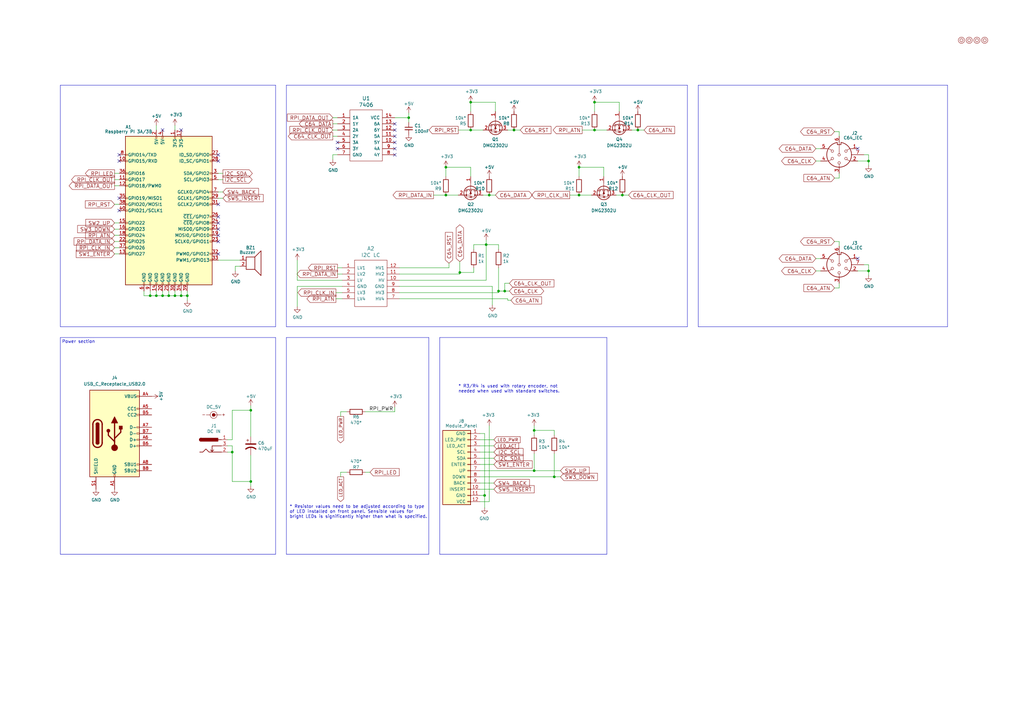
<source format=kicad_sch>
(kicad_sch (version 20231120) (generator "eeschema") (generator_version "8.0")
  (paper "A3")
  (title_block (title "PI1541-III Module") (rev "A") (comment 2 "anything else - consider previous versions instead.") (comment 3 "build another one. It is designed for use with 1.3\" displays and rotary encoder, for ") (comment 4 "It's a PI1541, and it's the third one I've made for almost no reason beyond wanting to"))
  (lib_symbols
    (symbol "4ch_i2c_level_converter:4CH_I2C_Level_Converter" (pin_names (offset 1.016))
      (property "Reference" "IC" (at 0 -12.065 0))
      (property "Value" "4CH_I2C_Level_Converter" (at 0 10.795 0))
      (symbol "4CH_I2C_Level_Converter_1_1"
        (pin bidirectional line (at -12.065 5.715 0) (length 5.08) (name "LV1") (number "1"))
        (pin power_in line (at 11.43 0.635 180) (length 5.08) (name "HV") (number "10"))
        (pin bidirectional line (at 11.43 3.175 180) (length 5.08) (name "HV2") (number "11"))
        (pin bidirectional line (at 11.43 5.715 180) (length 5.08) (name "HV1") (number "12"))
        (pin bidirectional line (at -12.065 3.175 0) (length 5.08) (name "LV2") (number "2"))
        (pin power_in line (at -12.065 0.635 0) (length 5.08) (name "LV") (number "3"))
        (pin power_in line (at -12.065 -1.905 0) (length 5.08) (name "GND") (number "4"))
        (pin bidirectional line (at -12.065 -4.445 0) (length 5.08) (name "LV3") (number "5"))
        (pin bidirectional line (at -12.065 -6.985 0) (length 5.08) (name "LV4") (number "6"))
        (pin bidirectional line (at 11.43 -6.985 180) (length 5.08) (name "HV4") (number "7"))
        (pin bidirectional line (at 11.43 -4.445 180) (length 5.08) (name "HV3") (number "8"))
        (pin power_in line (at 11.43 -1.905 180) (length 5.08) (name "GND") (number "9"))
      )
    )
    (symbol "7406:7406" (pin_names (offset 1.016))
      (property "Reference" "IC" (at 0.635 -14.605 0))
      (property "Value" "7406" (at 0 10.16 0))
      (symbol "7406_1_1"
        (pin input line (at -11.43 5.08 0) (length 5.08) (name "1A") (number "1"))
        (pin output line (at 12.065 -5.08 180) (length 5.08) (name "5Y") (number "10"))
        (pin input line (at 12.065 -2.54 180) (length 5.08) (name "5A") (number "11"))
        (pin output line (at 12.065 0 180) (length 5.08) (name "6Y") (number "12"))
        (pin input line (at 12.065 2.54 180) (length 5.08) (name "6A") (number "13"))
        (pin power_in line (at 12.065 5.08 180) (length 5.08) (name "VCC") (number "14"))
        (pin output line (at -11.43 2.54 0) (length 5.08) (name "1Y") (number "2"))
        (pin input line (at -11.43 0 0) (length 5.08) (name "2A") (number "3"))
        (pin output line (at -11.43 -2.54 0) (length 5.08) (name "2Y") (number "4"))
        (pin input line (at -11.43 -5.08 0) (length 5.08) (name "3A") (number "5"))
        (pin output line (at -11.43 -7.62 0) (length 5.08) (name "3Y") (number "6"))
        (pin power_in line (at -11.43 -10.16 0) (length 5.08) (name "GND") (number "7"))
        (pin output line (at 12.065 -10.16 180) (length 5.08) (name "4Y") (number "8"))
        (pin input line (at 12.065 -7.62 180) (length 5.08) (name "4A") (number "9"))
      )
    )
    (symbol "C64 Pi1541-III Module-rescue:+3.3V-power" (power) (pin_names (offset 0))
      (property "Value" "+3.3V-power" (at 0 3.556 0))
      (symbol "+3.3V-power_1_1"
        (pin power_in line (at 0 0 90) (length 0) hide (name "+3V3") (number "1"))
      )
    )
    (symbol "C64 Pi1541-III Module-rescue:CP1-Device" (pin_numbers hide) (pin_names (offset 0.254) hide)
      (property "Reference" "C" (at 0.635 2.54 0))
      (property "Value" "Device_CP1" (at 0.635 -2.54 0))
      (symbol "CP1-Device_1_1"
        (pin passive line (at 0 3.81 270) (length 2.794) (name "~") (number "1"))
        (pin passive line (at 0 -3.81 90) (length 3.302) (name "~") (number "2"))
      )
    )
    (symbol "C64_IEC:C64_IEC" (pin_names (offset 1.016))
      (property "Reference" "J" (at 3.175 6.35 0))
      (property "Value" "C64_IEC" (at -10.16 6.35 0))
      (symbol "C64_IEC_1_1"
        (pin passive line (at 7.62 2.54 180) (length 2.54) (name "~") (number "1"))
        (pin passive line (at 7.62 -2.54 180) (length 2.54) (name "~") (number "2"))
        (pin passive line (at 0 -7.62 90) (length 2.54) (name "~") (number "3"))
        (pin passive line (at -7.62 -2.54 0) (length 2.54) (name "~") (number "4"))
        (pin passive line (at -7.62 2.54 0) (length 2.54) (name "~") (number "5"))
        (pin passive line (at 0 7.62 270) (length 2.54) (name "~") (number "6"))
        (pin power_in line (at 10.16 0 180) (length 5.08) (name "~") (number "7"))
      )
    )
    (symbol "Connector:USB_C_Receptacle_USB2.0" (pin_names (offset 1.016))
      (property "Reference" "J" (at -10.16 19.05 0))
      (property "Value" "USB_C_Receptacle_USB2.0" (at 19.05 19.05 0))
      (symbol "USB_C_Receptacle_USB2.0_1_1"
        (pin passive line (at 0 -22.86 90) (length 5.08) (name "GND") (number "A1"))
        (pin passive line (at 0 -22.86 90) (length 5.08) hide (name "GND") (number "A12"))
        (pin passive line (at 15.24 15.24 180) (length 5.08) (name "VBUS") (number "A4"))
        (pin bidirectional line (at 15.24 10.16 180) (length 5.08) (name "CC1") (number "A5"))
        (pin bidirectional line (at 15.24 -2.54 180) (length 5.08) (name "D+") (number "A6"))
        (pin bidirectional line (at 15.24 2.54 180) (length 5.08) (name "D-") (number "A7"))
        (pin bidirectional line (at 15.24 -12.7 180) (length 5.08) (name "SBU1") (number "A8"))
        (pin passive line (at 15.24 15.24 180) (length 5.08) hide (name "VBUS") (number "A9"))
        (pin passive line (at 0 -22.86 90) (length 5.08) hide (name "GND") (number "B1"))
        (pin passive line (at 0 -22.86 90) (length 5.08) hide (name "GND") (number "B12"))
        (pin passive line (at 15.24 15.24 180) (length 5.08) hide (name "VBUS") (number "B4"))
        (pin bidirectional line (at 15.24 7.62 180) (length 5.08) (name "CC2") (number "B5"))
        (pin bidirectional line (at 15.24 -5.08 180) (length 5.08) (name "D+") (number "B6"))
        (pin bidirectional line (at 15.24 0 180) (length 5.08) (name "D-") (number "B7"))
        (pin bidirectional line (at 15.24 -15.24 180) (length 5.08) (name "SBU2") (number "B8"))
        (pin passive line (at 15.24 15.24 180) (length 5.08) hide (name "VBUS") (number "B9"))
        (pin passive line (at -7.62 -22.86 90) (length 5.08) (name "SHIELD") (number "S1"))
      )
    )
    (symbol "Device:C_Small" (pin_numbers hide) (pin_names (offset 0.254) hide)
      (property "Reference" "C" (at 0.254 1.778 0))
      (property "Value" "C_Small" (at 0.254 -2.032 0))
      (symbol "C_Small_1_1"
        (pin passive line (at 0 2.54 270) (length 2.032) (name "~") (number "1"))
        (pin passive line (at 0 -2.54 90) (length 2.032) (name "~") (number "2"))
      )
    )
    (symbol "Device:R" (pin_numbers hide) (pin_names (offset 0))
      (property "Reference" "R" (at 2.032 0 90))
      (property "Value" "R" (at 0 0 90))
      (symbol "R_1_1"
        (pin passive line (at 0 3.81 270) (length 1.27) (name "~") (number "1"))
        (pin passive line (at 0 -3.81 90) (length 1.27) (name "~") (number "2"))
      )
    )
    (symbol "Device:Speaker" (pin_names (offset 0) hide)
      (property "Reference" "LS" (at 1.27 5.715 0))
      (property "Value" "Speaker" (at 1.27 3.81 0))
      (symbol "Speaker_1_1"
        (pin input line (at -5.08 0 0) (length 2.54) (name "1") (number "1"))
        (pin input line (at -5.08 -2.54 0) (length 2.54) (name "2") (number "2"))
      )
    )
    (symbol "Transistor_FET:DMG2302U" (pin_names hide)
      (property "Reference" "Q" (at 5.08 1.905 0))
      (property "Value" "DMG2302U" (at 5.08 0 0))
      (symbol "DMG2302U_1_1"
        (pin input line (at -5.08 0 0) (length 2.54) (name "G") (number "1"))
        (pin passive line (at 2.54 -5.08 90) (length 2.54) (name "S") (number "2"))
        (pin passive line (at 2.54 5.08 270) (length 2.54) (name "D") (number "3"))
      )
    )
    (symbol "barrel_jack:barrel_9v" (pin_names (offset 1.016))
      (property "Reference" "J" (at 0 5.334 0))
      (property "Value" "barrel_9v" (at 0 -4.445 0))
      (symbol "barrel_9v_1_1"
        (pin power_out line (at 7.62 2.54 180) (length 2.54) (name "~") (number "1"))
        (pin power_out line (at 7.62 -2.54 180) (length 2.54) (name "~") (number "2"))
        (pin passive line (at 7.62 0 180) (length 2.54) (name "~") (number "3"))
      )
    )
    (symbol "mounting:Mounting" (pin_names (offset 1.016) hide))
    (symbol "pi1541:DC_5V" (pin_names (offset 1.016))
      (property "Reference" "SYM" (at 0 4.445 0))
      (property "Value" "DC_5V" (at 0 2.54 0))
      (symbol "DC_5V_0_0"
        (text "+" (at 4.064 0.1524 0) (effects (font (size 1.27 1.27))))
      )
      (symbol "DC_5V_1_1"
        (text "-" (at -4.064 0.127 0) (effects (font (size 1.27 1.27))))
      )
    )
    (symbol "pi1541:Module_Panel" (pin_names (offset 2.0066))
      (property "Reference" "J" (at 2.54 27.94 0))
      (property "Value" "Module_Panel" (at 2.54 -5.08 0))
      (symbol "Module_Panel_1_1"
        (pin power_in line (at -5.08 25.4 0) (length 3.81) (name "GND") (number "1"))
        (pin passive line (at -5.08 2.54 0) (length 3.81) (name "INSERT") (number "10"))
        (pin passive line (at -5.08 0 0) (length 3.81) (name "GND") (number "11"))
        (pin power_in line (at -5.08 -2.54 0) (length 3.81) (name "VCC") (number "12"))
        (pin passive line (at -5.08 22.86 0) (length 3.81) (name "LED_PWR") (number "2"))
        (pin passive line (at -5.08 20.32 0) (length 3.81) (name "LED_ACT") (number "3"))
        (pin passive line (at -5.08 17.78 0) (length 3.81) (name "SCL") (number "4"))
        (pin passive line (at -5.08 15.24 0) (length 3.81) (name "SDA") (number "5"))
        (pin passive line (at -5.08 12.7 0) (length 3.81) (name "ENTER") (number "6"))
        (pin passive line (at -5.08 10.16 0) (length 3.81) (name "UP") (number "7"))
        (pin passive line (at -5.08 7.62 0) (length 3.81) (name "DOWN") (number "8"))
        (pin passive line (at -5.08 5.08 0) (length 3.81) (name "BACK") (number "9"))
      )
    )
    (symbol "power:+5V" (power) (pin_names (offset 0))
      (property "Value" "+5V" (at 0 3.556 0))
      (symbol "+5V_1_1"
        (pin power_in line (at 0 0 90) (length 0) hide (name "+5V") (number "1"))
      )
    )
    (symbol "power:GND" (power) (pin_names (offset 0))
      (property "Value" "GND" (at 0 -3.81 0))
      (symbol "GND_1_1"
        (pin power_in line (at 0 0 270) (length 0) hide (name "GND") (number "1"))
      )
    )
    (symbol "raspberry_pi:Raspberry_Pi_2_3" (pin_names (offset 1.016))
      (property "Reference" "J" (at -17.78 31.75 0))
      (property "Value" "Raspberry_Pi_2_3" (at 10.16 -31.75 0))
      (symbol "Raspberry_Pi_2_3_1_1"
        (pin power_out line (at 2.54 33.02 270) (length 2.54) (name "3V3") (number "1"))
        (pin bidirectional line (at -20.32 20.32 0) (length 2.54) (name "GPIO15/RXD") (number "10"))
        (pin bidirectional line (at -20.32 12.7 0) (length 2.54) (name "GPIO17") (number "11"))
        (pin bidirectional line (at -20.32 10.16 0) (length 2.54) (name "GPIO18/PWM0") (number "12"))
        (pin bidirectional line (at -20.32 -17.78 0) (length 2.54) (name "GPIO27") (number "13"))
        (pin power_in line (at -5.08 -33.02 90) (length 2.54) (name "GND") (number "14"))
        (pin bidirectional line (at -20.32 -5.08 0) (length 2.54) (name "GPIO22") (number "15"))
        (pin bidirectional line (at -20.32 -7.62 0) (length 2.54) (name "GPIO23") (number "16"))
        (pin power_in line (at 5.08 33.02 270) (length 2.54) (name "3V3") (number "17"))
        (pin bidirectional line (at -20.32 -10.16 0) (length 2.54) (name "GPIO24") (number "18"))
        (pin bidirectional line (at 20.32 -10.16 180) (length 2.54) (name "MOSI0/GPIO10") (number "19"))
        (pin power_in line (at -5.08 33.02 270) (length 2.54) (name "5V") (number "2"))
        (pin power_in line (at -2.54 -33.02 90) (length 2.54) (name "GND") (number "20"))
        (pin bidirectional line (at 20.32 -7.62 180) (length 2.54) (name "MISO0/GPIO9") (number "21"))
        (pin bidirectional line (at -20.32 -12.7 0) (length 2.54) (name "GPIO25") (number "22"))
        (pin bidirectional line (at 20.32 -12.7 180) (length 2.54) (name "SCLK0/GPIO11") (number "23"))
        (pin bidirectional line (at 20.32 -5.08 180) (length 2.54) (name "~{CE0}/GPIO8") (number "24"))
        (pin power_in line (at 0 -33.02 90) (length 2.54) (name "GND") (number "25"))
        (pin bidirectional line (at 20.32 -2.54 180) (length 2.54) (name "~{CE1}/GPIO7") (number "26"))
        (pin bidirectional line (at 20.32 22.86 180) (length 2.54) (name "ID_SD/GPIO0") (number "27"))
        (pin bidirectional line (at 20.32 20.32 180) (length 2.54) (name "ID_SC/GPIO1") (number "28"))
        (pin bidirectional line (at 20.32 5.08 180) (length 2.54) (name "GCLK1/GPIO5") (number "29"))
        (pin bidirectional line (at 20.32 15.24 180) (length 2.54) (name "SDA/GPIO2") (number "3"))
        (pin power_in line (at 2.54 -33.02 90) (length 2.54) (name "GND") (number "30"))
        (pin bidirectional line (at 20.32 2.54 180) (length 2.54) (name "GCLK2/GPIO6") (number "31"))
        (pin bidirectional line (at 20.32 -17.78 180) (length 2.54) (name "PWM0/GPIO12") (number "32"))
        (pin bidirectional line (at 20.32 -20.32 180) (length 2.54) (name "PWM1/GPIO13") (number "33"))
        (pin power_in line (at 5.08 -33.02 90) (length 2.54) (name "GND") (number "34"))
        (pin bidirectional line (at -20.32 5.08 0) (length 2.54) (name "GPIO19/MISO1") (number "35"))
        (pin bidirectional line (at -20.32 15.24 0) (length 2.54) (name "GPIO16") (number "36"))
        (pin bidirectional line (at -20.32 -15.24 0) (length 2.54) (name "GPIO26") (number "37"))
        (pin bidirectional line (at -20.32 2.54 0) (length 2.54) (name "GPIO20/MOSI1") (number "38"))
        (pin power_in line (at 7.62 -33.02 90) (length 2.54) (name "GND") (number "39"))
        (pin power_in line (at -2.54 33.02 270) (length 2.54) (name "5V") (number "4"))
        (pin bidirectional line (at -20.32 0 0) (length 2.54) (name "GPIO21/SCLK1") (number "40"))
        (pin bidirectional line (at 20.32 12.7 180) (length 2.54) (name "SCL/GPIO3") (number "5"))
        (pin power_in line (at -10.16 -33.02 90) (length 2.54) (name "GND") (number "6"))
        (pin bidirectional line (at 20.32 7.62 180) (length 2.54) (name "GCLK0/GPIO4") (number "7"))
        (pin bidirectional line (at -20.32 22.86 0) (length 2.54) (name "GPIO14/TXD") (number "8"))
        (pin power_in line (at -7.62 -33.02 90) (length 2.54) (name "GND") (number "9"))
      )
    )
  )
  (junction (at 61.595 121.285))
  (junction (at 193.04 53.34))
  (junction (at 182.88 68.58))
  (junction (at 237.49 68.58))
  (junction (at 102.87 197.485))
  (junction (at 66.675 121.285))
  (junction (at 219.075 176.53))
  (junction (at 102.87 168.275))
  (junction (at 210.82 53.34))
  (junction (at 255.27 80.01))
  (junction (at 219.075 193.04))
  (junction (at 356.235 111.125))
  (junction (at 167.64 48.26))
  (junction (at 95.25 185.42))
  (junction (at 198.755 203.2))
  (junction (at 199.39 100.33))
  (junction (at 243.84 53.34))
  (junction (at 71.755 121.285))
  (junction (at 193.04 41.91))
  (junction (at 261.62 53.34))
  (junction (at 64.135 121.285))
  (junction (at 204.47 119.38))
  (junction (at 356.235 66.04))
  (junction (at 227.33 195.58))
  (junction (at 207.01 119.38))
  (junction (at 200.66 80.01))
  (junction (at 243.84 41.91))
  (junction (at 188.595 111.76))
  (junction (at 74.295 121.285))
  (junction (at 69.215 121.285))
  (junction (at 76.835 121.285))
  (junction (at 237.49 80.01))
  (junction (at 182.88 80.01))
  (no_connect (at 89.535 66.04))
  (no_connect (at 351.79 60.96))
  (no_connect (at 48.895 63.5))
  (no_connect (at 89.535 104.14))
  (no_connect (at 89.535 91.44))
  (no_connect (at 89.535 96.52))
  (no_connect (at 48.895 66.04))
  (no_connect (at 161.925 60.96))
  (no_connect (at 74.295 53.34))
  (no_connect (at 351.79 106.045))
  (no_connect (at 161.925 55.88))
  (no_connect (at 89.535 83.82))
  (no_connect (at 48.895 81.28))
  (no_connect (at 48.895 86.36))
  (no_connect (at 89.535 63.5))
  (no_connect (at 89.535 93.98))
  (no_connect (at 89.535 99.06))
  (no_connect (at 89.535 88.9))
  (no_connect (at 161.925 50.8))
  (no_connect (at 66.675 53.34))
  (no_connect (at 161.925 53.34))
  (no_connect (at 161.925 58.42))
  (no_connect (at 138.43 58.42))
  (no_connect (at 161.925 63.5))
  (no_connect (at 138.43 60.96))
  (wire (pts (xy 46.99 71.12) (xy 48.895 71.12)))
  (wire (pts (xy 219.075 186.055) (xy 219.075 193.04)))
  (wire (pts (xy 351.79 66.04) (xy 356.235 66.04)))
  (wire (pts (xy 64.135 121.285) (xy 66.675 121.285)))
  (wire (pts (xy 102.87 197.485) (xy 95.25 197.485)))
  (polyline (pts (xy 113.03 34.925) (xy 113.03 133.985)))
  (wire (pts (xy 219.075 176.53) (xy 227.33 176.53)))
  (wire (pts (xy 204.47 100.33) (xy 204.47 102.235)))
  (wire (pts (xy 227.33 186.055) (xy 227.33 195.58)))
  (wire (pts (xy 138.43 109.855) (xy 140.335 109.855)))
  (wire (pts (xy 139.7 195.58) (xy 139.7 193.675)))
  (wire (pts (xy 95.25 168.275) (xy 95.25 180.34)))
  (polyline (pts (xy 286.385 133.985) (xy 286.385 34.925)))
  (wire (pts (xy 233.68 80.01) (xy 237.49 80.01)))
  (wire (pts (xy 207.01 116.205) (xy 208.915 116.205)))
  (wire (pts (xy 351.79 111.125) (xy 356.235 111.125)))
  (wire (pts (xy 89.535 106.68) (xy 98.425 106.68)))
  (wire (pts (xy 200.66 80.01) (xy 203.2 80.01)))
  (wire (pts (xy 254 41.91) (xy 243.84 41.91)))
  (wire (pts (xy 93.345 182.88) (xy 95.25 182.88)))
  (wire (pts (xy 93.345 180.34) (xy 95.25 180.34)))
  (wire (pts (xy 194.31 109.855) (xy 194.31 111.76)))
  (wire (pts (xy 74.295 119.38) (xy 74.295 121.285)))
  (wire (pts (xy 149.86 193.675) (xy 151.765 193.675)))
  (wire (pts (xy 66.675 119.38) (xy 66.675 121.285)))
  (wire (pts (xy 66.675 121.285) (xy 69.215 121.285)))
  (wire (pts (xy 182.88 80.01) (xy 187.96 80.01)))
  (wire (pts (xy 194.31 102.235) (xy 194.31 100.33)))
  (wire (pts (xy 138.43 112.395) (xy 140.335 112.395)))
  (wire (pts (xy 199.39 100.33) (xy 199.39 114.935)))
  (wire (pts (xy 207.01 119.38) (xy 207.01 116.205)))
  (wire (pts (xy 247.65 72.39) (xy 247.65 68.58)))
  (wire (pts (xy 354.33 63.5) (xy 356.235 63.5)))
  (wire (pts (xy 199.39 100.33) (xy 199.39 98.425)))
  (wire (pts (xy 243.84 41.91) (xy 243.84 45.72)))
  (wire (pts (xy 342.265 73.025) (xy 344.17 73.025)))
  (wire (pts (xy 46.99 93.98) (xy 48.895 93.98)))
  (wire (pts (xy 219.075 193.04) (xy 229.87 193.04)))
  (wire (pts (xy 201.93 117.475) (xy 163.83 117.475)))
  (wire (pts (xy 356.235 111.125) (xy 356.235 113.03)))
  (wire (pts (xy 202.565 190.5) (xy 196.85 190.5)))
  (polyline (pts (xy 180.34 227.33) (xy 248.92 227.33)))
  (wire (pts (xy 59.055 121.285) (xy 61.595 121.285)))
  (wire (pts (xy 167.64 48.26) (xy 167.64 50.165)))
  (wire (pts (xy 167.64 48.26) (xy 167.64 46.355)))
  (wire (pts (xy 354.33 108.585) (xy 356.235 108.585)))
  (wire (pts (xy 194.31 100.33) (xy 199.39 100.33)))
  (wire (pts (xy 227.33 176.53) (xy 227.33 178.435)))
  (wire (pts (xy 95.25 185.42) (xy 95.25 197.485)))
  (wire (pts (xy 163.83 120.015) (xy 204.47 120.015)))
  (wire (pts (xy 202.565 185.42) (xy 196.85 185.42)))
  (wire (pts (xy 139.7 168.91) (xy 139.7 170.815)))
  (wire (pts (xy 184.15 109.855) (xy 163.83 109.855)))
  (wire (pts (xy 198.755 208.28) (xy 198.755 203.2)))
  (wire (pts (xy 193.04 68.58) (xy 182.88 68.58)))
  (wire (pts (xy 46.99 91.44) (xy 48.895 91.44)))
  (wire (pts (xy 69.215 119.38) (xy 69.215 121.285)))
  (wire (pts (xy 102.87 168.275) (xy 95.25 168.275)))
  (wire (pts (xy 208.28 123.19) (xy 208.28 122.555)))
  (wire (pts (xy 196.85 195.58) (xy 227.33 195.58)))
  (wire (pts (xy 237.49 80.01) (xy 242.57 80.01)))
  (wire (pts (xy 254 45.72) (xy 254 41.91)))
  (wire (pts (xy 198.755 177.8) (xy 198.755 203.2)))
  (wire (pts (xy 196.85 200.66) (xy 202.565 200.66)))
  (wire (pts (xy 121.92 117.475) (xy 121.92 125.73)))
  (polyline (pts (xy 24.765 227.33) (xy 24.765 138.43)))
  (wire (pts (xy 243.84 53.34) (xy 248.92 53.34)))
  (wire (pts (xy 193.04 53.34) (xy 198.12 53.34)))
  (wire (pts (xy 344.17 55.88) (xy 344.17 53.975)))
  (wire (pts (xy 46.99 104.14) (xy 48.895 104.14)))
  (wire (pts (xy 163.83 112.395) (xy 188.595 112.395)))
  (wire (pts (xy 137.795 120.015) (xy 140.335 120.015)))
  (wire (pts (xy 196.85 205.74) (xy 200.66 205.74)))
  (wire (pts (xy 203.2 45.72) (xy 203.2 41.91)))
  (wire (pts (xy 196.85 193.04) (xy 219.075 193.04)))
  (wire (pts (xy 344.17 100.965) (xy 344.17 99.06)))
  (wire (pts (xy 210.82 53.34) (xy 213.36 53.34)))
  (wire (pts (xy 74.295 121.285) (xy 76.835 121.285)))
  (wire (pts (xy 102.87 166.37) (xy 102.87 168.275)))
  (polyline (pts (xy 117.475 34.925) (xy 281.94 34.925)))
  (wire (pts (xy 342.265 53.975) (xy 344.17 53.975)))
  (wire (pts (xy 136.525 55.88) (xy 138.43 55.88)))
  (wire (pts (xy 356.235 66.04) (xy 356.235 67.945)))
  (wire (pts (xy 59.055 119.38) (xy 59.055 121.285)))
  (wire (pts (xy 207.01 119.38) (xy 204.47 119.38)))
  (wire (pts (xy 71.755 119.38) (xy 71.755 121.285)))
  (wire (pts (xy 196.85 203.2) (xy 198.755 203.2)))
  (wire (pts (xy 64.135 119.38) (xy 64.135 121.285)))
  (wire (pts (xy 102.87 197.485) (xy 102.87 199.39)))
  (wire (pts (xy 136.525 48.26) (xy 138.43 48.26)))
  (wire (pts (xy 96.52 109.22) (xy 96.52 111.125)))
  (wire (pts (xy 61.595 119.38) (xy 61.595 121.285)))
  (wire (pts (xy 161.925 48.26) (xy 167.64 48.26)))
  (wire (pts (xy 91.44 73.66) (xy 89.535 73.66)))
  (polyline (pts (xy 175.895 138.43) (xy 175.895 227.33)))
  (wire (pts (xy 193.04 72.39) (xy 193.04 68.58)))
  (wire (pts (xy 121.92 114.935) (xy 140.335 114.935)))
  (wire (pts (xy 188.595 112.395) (xy 188.595 111.76)))
  (polyline (pts (xy 24.765 227.33) (xy 113.03 227.33)))
  (wire (pts (xy 196.85 187.96) (xy 202.565 187.96)))
  (polyline (pts (xy 175.895 138.43) (xy 117.475 138.43)))
  (wire (pts (xy 46.99 101.6) (xy 48.895 101.6)))
  (wire (pts (xy 201.93 117.475) (xy 201.93 125.095)))
  (wire (pts (xy 208.28 122.555) (xy 163.83 122.555)))
  (wire (pts (xy 136.525 50.8) (xy 138.43 50.8)))
  (wire (pts (xy 204.47 120.015) (xy 204.47 119.38)))
  (polyline (pts (xy 286.385 34.925) (xy 388.62 34.925)))
  (wire (pts (xy 136.525 63.5) (xy 138.43 63.5)))
  (wire (pts (xy 209.55 123.19) (xy 208.28 123.19)))
  (wire (pts (xy 139.7 193.675) (xy 142.24 193.675)))
  (wire (pts (xy 46.99 83.82) (xy 48.895 83.82)))
  (wire (pts (xy 46.99 96.52) (xy 48.895 96.52)))
  (wire (pts (xy 199.39 114.935) (xy 163.83 114.935)))
  (wire (pts (xy 187.96 53.34) (xy 193.04 53.34)))
  (wire (pts (xy 219.075 174.625) (xy 219.075 176.53)))
  (polyline (pts (xy 117.475 34.925) (xy 117.475 133.985)))
  (wire (pts (xy 194.31 111.76) (xy 188.595 111.76)))
  (wire (pts (xy 91.44 81.28) (xy 89.535 81.28)))
  (wire (pts (xy 137.795 122.555) (xy 140.335 122.555)))
  (wire (pts (xy 237.49 68.58) (xy 237.49 72.39)))
  (wire (pts (xy 259.08 53.34) (xy 261.62 53.34)))
  (wire (pts (xy 334.645 111.125) (xy 336.55 111.125)))
  (wire (pts (xy 182.88 68.58) (xy 182.88 72.39)))
  (polyline (pts (xy 281.94 34.925) (xy 281.94 133.985)))
  (wire (pts (xy 356.235 108.585) (xy 356.235 111.125)))
  (wire (pts (xy 102.87 168.275) (xy 102.87 179.07)))
  (wire (pts (xy 198.12 80.01) (xy 200.66 80.01)))
  (wire (pts (xy 204.47 119.38) (xy 204.47 109.855)))
  (wire (pts (xy 261.62 53.34) (xy 264.16 53.34)))
  (wire (pts (xy 219.075 176.53) (xy 219.075 178.435)))
  (wire (pts (xy 193.04 41.91) (xy 193.04 45.72)))
  (wire (pts (xy 46.99 73.66) (xy 48.895 73.66)))
  (wire (pts (xy 136.525 53.34) (xy 138.43 53.34)))
  (wire (pts (xy 344.17 118.11) (xy 344.17 116.205)))
  (polyline (pts (xy 117.475 133.985) (xy 281.94 133.985)))
  (polyline (pts (xy 113.03 133.985) (xy 24.765 133.985)))
  (wire (pts (xy 203.2 41.91) (xy 193.04 41.91)))
  (wire (pts (xy 71.755 51.435) (xy 71.755 53.34)))
  (polyline (pts (xy 24.765 34.925) (xy 113.03 34.925)))
  (wire (pts (xy 208.28 53.34) (xy 210.82 53.34)))
  (wire (pts (xy 177.8 80.01) (xy 182.88 80.01)))
  (wire (pts (xy 255.27 80.01) (xy 257.81 80.01)))
  (polyline (pts (xy 388.62 133.985) (xy 286.385 133.985)))
  (wire (pts (xy 93.345 185.42) (xy 95.25 185.42)))
  (polyline (pts (xy 113.03 138.43) (xy 113.03 227.33)))
  (wire (pts (xy 136.525 65.405) (xy 136.525 63.5)))
  (wire (pts (xy 95.25 182.88) (xy 95.25 185.42)))
  (wire (pts (xy 89.535 71.12) (xy 91.44 71.12)))
  (wire (pts (xy 356.235 63.5) (xy 356.235 66.04)))
  (wire (pts (xy 344.17 73.025) (xy 344.17 71.12)))
  (wire (pts (xy 196.85 198.12) (xy 202.565 198.12)))
  (wire (pts (xy 121.92 117.475) (xy 140.335 117.475)))
  (polyline (pts (xy 180.34 138.43) (xy 180.34 227.33)))
  (polyline (pts (xy 113.03 138.43) (xy 24.765 138.43)))
  (polyline (pts (xy 180.34 138.43) (xy 248.92 138.43)))
  (wire (pts (xy 238.76 53.34) (xy 243.84 53.34)))
  (wire (pts (xy 196.85 180.34) (xy 202.565 180.34)))
  (wire (pts (xy 207.01 119.38) (xy 208.915 119.38)))
  (wire (pts (xy 46.99 76.2) (xy 48.895 76.2)))
  (wire (pts (xy 76.835 121.285) (xy 76.835 119.38)))
  (polyline (pts (xy 175.895 227.33) (xy 117.475 227.33)))
  (wire (pts (xy 342.265 118.11) (xy 344.17 118.11)))
  (wire (pts (xy 121.92 114.935) (xy 121.92 106.68)))
  (wire (pts (xy 202.565 182.88) (xy 196.85 182.88)))
  (wire (pts (xy 252.73 80.01) (xy 255.27 80.01)))
  (wire (pts (xy 227.33 195.58) (xy 229.87 195.58)))
  (wire (pts (xy 139.7 168.91) (xy 142.24 168.91)))
  (wire (pts (xy 161.925 167.005) (xy 161.925 168.91)))
  (wire (pts (xy 199.39 100.33) (xy 204.47 100.33)))
  (wire (pts (xy 188.595 111.76) (xy 188.595 107.315)))
  (wire (pts (xy 69.215 121.285) (xy 71.755 121.285)))
  (wire (pts (xy 334.645 66.04) (xy 336.55 66.04)))
  (wire (pts (xy 96.52 109.22) (xy 98.425 109.22)))
  (wire (pts (xy 61.595 121.285) (xy 64.135 121.285)))
  (wire (pts (xy 76.835 123.19) (xy 76.835 121.285)))
  (wire (pts (xy 46.99 99.06) (xy 48.895 99.06)))
  (wire (pts (xy 184.15 107.95) (xy 184.15 109.855)))
  (polyline (pts (xy 248.92 138.43) (xy 248.92 227.33)))
  (wire (pts (xy 64.135 53.34) (xy 64.135 51.435)))
  (wire (pts (xy 149.86 168.91) (xy 161.925 168.91)))
  (polyline (pts (xy 117.475 138.43) (xy 117.475 227.33)))
  (polyline (pts (xy 388.62 34.925) (xy 388.62 133.985)))
  (wire (pts (xy 342.265 99.06) (xy 344.17 99.06)))
  (wire (pts (xy 196.85 177.8) (xy 198.755 177.8)))
  (wire (pts (xy 71.755 121.285) (xy 74.295 121.285)))
  (wire (pts (xy 247.65 68.58) (xy 237.49 68.58)))
  (wire (pts (xy 200.66 174.625) (xy 200.66 205.74)))
  (wire (pts (xy 334.645 60.96) (xy 336.55 60.96)))
  (polyline (pts (xy 24.765 133.985) (xy 24.765 34.925)))
  (wire (pts (xy 102.87 186.69) (xy 102.87 197.485)))
  (wire (pts (xy 334.645 106.045) (xy 336.55 106.045)))
  (wire (pts (xy 91.44 78.74) (xy 89.535 78.74)))
  (text "Power section" (at 25.4 140.97 0) (effects (font (size 1.27 1.27)) (justify left bottom)))
  (text "* R3/R4 is used with rotary encoder, not\nneeded when used with standard switches." (at 187.96 161.29 0) (effects (font (size 1.27 1.27)) (justify left bottom)))
  (text "* Resistor values need to be adjusted according to type\nof LED installed on front panel. Sensible values for\nbright LEDs is significantly higher than what is specified." (at 118.745 212.725 0) (effects (font (size 1.27 1.27)) (justify left bottom)))
  (label "RPI_PWR" (at 161.29 168.91 180) (effects (font (size 1.524 1.524))))
  (global_label "RPI_DATA_IN" (shape output) (at 138.43 112.395 180) (effects (font (size 1.524 1.524))) (property "Intersheetrefs" "${INTERSHEET_REFS}" (effects (hide yes))))
  (global_label "RPI_DATA_IN" (shape input) (at 46.99 99.06 180) (effects (font (size 1.524 1.524))) (property "Intersheetrefs" "${INTERSHEET_REFS}" (effects (hide yes))))
  (global_label "C64_DATA" (shape bidirectional) (at 334.645 106.045 180) (effects (font (size 1.524 1.524))) (property "Intersheetrefs" "${INTERSHEET_REFS}" (effects (hide yes))))
  (global_label "C64_CLK" (shape bidirectional) (at 208.915 119.38 0) (effects (font (size 1.524 1.524))) (property "Intersheetrefs" "${INTERSHEET_REFS}" (effects (hide yes))))
  (global_label "RPI_CLK_OUT" (shape input) (at 136.525 53.34 180) (effects (font (size 1.524 1.524))) (property "Intersheetrefs" "${INTERSHEET_REFS}" (effects (hide yes))))
  (global_label "C64_CLK" (shape bidirectional) (at 334.645 66.04 180) (effects (font (size 1.524 1.524))) (property "Intersheetrefs" "${INTERSHEET_REFS}" (effects (hide yes))))
  (global_label "RPI_ATN" (shape output) (at 238.76 53.34 180) (effects (font (size 1.524 1.524))) (property "Intersheetrefs" "${INTERSHEET_REFS}" (effects (hide yes))))
  (global_label "LED_ACT" (shape input) (at 202.565 182.88 0) (property "Intersheetrefs" "${INTERSHEET_REFS}" (effects (hide yes))))
  (global_label "SW3_DOWN" (shape input) (at 46.99 93.98 180) (effects (font (size 1.524 1.524))) (property "Intersheetrefs" "${INTERSHEET_REFS}" (effects (hide yes))))
  (global_label "C64_RST" (shape bidirectional) (at 342.265 99.06 180) (effects (font (size 1.524 1.524))) (property "Intersheetrefs" "${INTERSHEET_REFS}" (effects (hide yes))))
  (global_label "C64_DATA" (shape bidirectional) (at 334.645 60.96 180) (effects (font (size 1.524 1.524))) (property "Intersheetrefs" "${INTERSHEET_REFS}" (effects (hide yes))))
  (global_label "RPI_LED" (shape output) (at 46.99 71.12 180) (effects (font (size 1.524 1.524))) (property "Intersheetrefs" "${INTERSHEET_REFS}" (effects (hide yes))))
  (global_label "C64_CLK_OUT" (shape input) (at 208.915 116.205 0) (effects (font (size 1.524 1.524))) (property "Intersheetrefs" "${INTERSHEET_REFS}" (effects (hide yes))))
  (global_label "LED_PWR" (shape output) (at 139.7 170.815 270) (property "Intersheetrefs" "${INTERSHEET_REFS}" (effects (hide yes))))
  (global_label "SW1_ENTER" (shape input) (at 202.565 190.5 0) (effects (font (size 1.524 1.524))) (property "Intersheetrefs" "${INTERSHEET_REFS}" (effects (hide yes))))
  (global_label "SW2_UP" (shape input) (at 46.99 91.44 180) (effects (font (size 1.524 1.524))) (property "Intersheetrefs" "${INTERSHEET_REFS}" (effects (hide yes))))
  (global_label "C64_ATN" (shape input) (at 342.265 118.11 180) (effects (font (size 1.524 1.524))) (property "Intersheetrefs" "${INTERSHEET_REFS}" (effects (hide yes))))
  (global_label "LED_ACT" (shape output) (at 139.7 195.58 270) (property "Intersheetrefs" "${INTERSHEET_REFS}" (effects (hide yes))))
  (global_label "RPI_CLK_IN" (shape input) (at 46.99 101.6 180) (effects (font (size 1.524 1.524))) (property "Intersheetrefs" "${INTERSHEET_REFS}" (effects (hide yes))))
  (global_label "C64_DATA" (shape output) (at 136.525 50.8 180) (effects (font (size 1.524 1.524))) (property "Intersheetrefs" "${INTERSHEET_REFS}" (effects (hide yes))))
  (global_label "C64_RST" (shape input) (at 213.36 53.34 0) (effects (font (size 1.524 1.524))) (property "Intersheetrefs" "${INTERSHEET_REFS}" (effects (hide yes))))
  (global_label "I2C_SDA" (shape input) (at 202.565 187.96 0) (effects (font (size 1.524 1.524))) (property "Intersheetrefs" "${INTERSHEET_REFS}" (effects (hide yes))))
  (global_label "LED_PWR" (shape input) (at 202.565 180.34 0) (property "Intersheetrefs" "${INTERSHEET_REFS}" (effects (hide yes))))
  (global_label "RPI_CLK_IN" (shape output) (at 137.795 120.015 180) (effects (font (size 1.524 1.524))) (property "Intersheetrefs" "${INTERSHEET_REFS}" (effects (hide yes))))
  (global_label "C64_RST" (shape input) (at 184.15 107.95 90) (effects (font (size 1.524 1.524))) (property "Intersheetrefs" "${INTERSHEET_REFS}" (effects (hide yes))))
  (global_label "C64_CLK_OUT" (shape output) (at 136.525 55.88 180) (effects (font (size 1.524 1.524))) (property "Intersheetrefs" "${INTERSHEET_REFS}" (effects (hide yes))))
  (global_label "RPI_ATN" (shape input) (at 46.99 96.52 180) (effects (font (size 1.524 1.524))) (property "Intersheetrefs" "${INTERSHEET_REFS}" (effects (hide yes))))
  (global_label "SW4_BACK" (shape input) (at 202.565 198.12 0) (effects (font (size 1.524 1.524))) (property "Intersheetrefs" "${INTERSHEET_REFS}" (effects (hide yes))))
  (global_label "C64_CLK_OUT" (shape input) (at 257.81 80.01 0) (effects (font (size 1.524 1.524))) (property "Intersheetrefs" "${INTERSHEET_REFS}" (effects (hide yes))))
  (global_label "SW1_ENTER" (shape input) (at 46.99 104.14 180) (effects (font (size 1.524 1.524))) (property "Intersheetrefs" "${INTERSHEET_REFS}" (effects (hide yes))))
  (global_label "RPI_LED" (shape input) (at 151.765 193.675 0) (effects (font (size 1.524 1.524))) (property "Intersheetrefs" "${INTERSHEET_REFS}" (effects (hide yes))))
  (global_label "C64_ATN" (shape input) (at 209.55 123.19 0) (effects (font (size 1.524 1.524))) (property "Intersheetrefs" "${INTERSHEET_REFS}" (effects (hide yes))))
  (global_label "RPI_DATA_OUT" (shape input) (at 136.525 48.26 180) (effects (font (size 1.524 1.524))) (property "Intersheetrefs" "${INTERSHEET_REFS}" (effects (hide yes))))
  (global_label "I2C_SCL" (shape input) (at 202.565 185.42 0) (effects (font (size 1.524 1.524))) (property "Intersheetrefs" "${INTERSHEET_REFS}" (effects (hide yes))))
  (global_label "C64_DATA" (shape bidirectional) (at 188.595 107.315 90) (effects (font (size 1.524 1.524))) (property "Intersheetrefs" "${INTERSHEET_REFS}" (effects (hide yes))))
  (global_label "RPI_ATN" (shape output) (at 137.795 122.555 180) (effects (font (size 1.524 1.524))) (property "Intersheetrefs" "${INTERSHEET_REFS}" (effects (hide yes))))
  (global_label "RPI_RST" (shape input) (at 46.99 83.82 180) (effects (font (size 1.524 1.524))) (property "Intersheetrefs" "${INTERSHEET_REFS}" (effects (hide yes))))
  (global_label "C64_RST" (shape bidirectional) (at 342.265 53.975 180) (effects (font (size 1.524 1.524))) (property "Intersheetrefs" "${INTERSHEET_REFS}" (effects (hide yes))))
  (global_label "I2C_SDA" (shape output) (at 91.44 71.12 0) (effects (font (size 1.524 1.524))) (property "Intersheetrefs" "${INTERSHEET_REFS}" (effects (hide yes))))
  (global_label "C64_CLK" (shape bidirectional) (at 334.645 111.125 180) (effects (font (size 1.524 1.524))) (property "Intersheetrefs" "${INTERSHEET_REFS}" (effects (hide yes))))
  (global_label "C64_ATN" (shape input) (at 342.265 73.025 180) (effects (font (size 1.524 1.524))) (property "Intersheetrefs" "${INTERSHEET_REFS}" (effects (hide yes))))
  (global_label "RPI_DATA_IN" (shape output) (at 177.8 80.01 180) (effects (font (size 1.524 1.524))) (property "Intersheetrefs" "${INTERSHEET_REFS}" (effects (hide yes))))
  (global_label "I2C_SCL" (shape output) (at 91.44 73.66 0) (effects (font (size 1.524 1.524))) (property "Intersheetrefs" "${INTERSHEET_REFS}" (effects (hide yes))))
  (global_label "SW2_UP" (shape input) (at 229.87 193.04 0) (effects (font (size 1.524 1.524))) (property "Intersheetrefs" "${INTERSHEET_REFS}" (effects (hide yes))))
  (global_label "C64_DATA" (shape bidirectional) (at 203.2 80.01 0) (effects (font (size 1.524 1.524))) (property "Intersheetrefs" "${INTERSHEET_REFS}" (effects (hide yes))))
  (global_label "SW5_INSERT" (shape input) (at 91.44 81.28 0) (effects (font (size 1.524 1.524))) (property "Intersheetrefs" "${INTERSHEET_REFS}" (effects (hide yes))))
  (global_label "C64_ATN" (shape input) (at 264.16 53.34 0) (effects (font (size 1.524 1.524))) (property "Intersheetrefs" "${INTERSHEET_REFS}" (effects (hide yes))))
  (global_label "RPI_CLK_OUT" (shape output) (at 46.99 73.66 180) (effects (font (size 1.524 1.524))) (property "Intersheetrefs" "${INTERSHEET_REFS}" (effects (hide yes))))
  (global_label "SW4_BACK" (shape input) (at 91.44 78.74 0) (effects (font (size 1.524 1.524))) (property "Intersheetrefs" "${INTERSHEET_REFS}" (effects (hide yes))))
  (global_label "RPI_DATA_OUT" (shape output) (at 46.99 76.2 180) (effects (font (size 1.524 1.524))) (property "Intersheetrefs" "${INTERSHEET_REFS}" (effects (hide yes))))
  (global_label "RPI_RST" (shape output) (at 187.96 53.34 180) (effects (font (size 1.524 1.524))) (property "Intersheetrefs" "${INTERSHEET_REFS}" (effects (hide yes))))
  (global_label "RPI_RST" (shape output) (at 138.43 109.855 180) (effects (font (size 1.524 1.524))) (property "Intersheetrefs" "${INTERSHEET_REFS}" (effects (hide yes))))
  (global_label "RPI_CLK_IN" (shape output) (at 233.68 80.01 180) (effects (font (size 1.524 1.524))) (property "Intersheetrefs" "${INTERSHEET_REFS}" (effects (hide yes))))
  (global_label "SW5_INSERT" (shape input) (at 202.565 200.66 0) (effects (font (size 1.524 1.524))) (property "Intersheetrefs" "${INTERSHEET_REFS}" (effects (hide yes))))
  (global_label "SW3_DOWN" (shape input) (at 229.87 195.58 0) (effects (font (size 1.524 1.524))) (property "Intersheetrefs" "${INTERSHEET_REFS}" (effects (hide yes))))
  (symbol (lib_id "mounting:Mounting") (at 394.335 16.51 0) (unit 1)
    (property "Reference" "M1" (effects (hide yes)))
    (property "Value" "Mounting" (effects (hide yes)))
    (property "Footprint" "mounting:M3" (effects (hide yes)))
  )
  (symbol (lib_id "Device:R") (at 146.05 168.91 90) (mirror x) (unit 1)
    (property "Reference" "R6" (at 146.05 170.942 90))
    (property "Value" "470*" (at 146.05 173.355 90))
    (property "Footprint" "Resistor_SMD:R_0805_2012Metric" (effects (hide yes)))
  )
  (symbol (lib_id "Device:R") (at 146.05 193.675 270) (mirror x) (unit 1)
    (property "Reference" "R7" (at 146.05 191.643 90))
    (property "Value" "470*" (at 146.05 189.23 90))
    (property "Footprint" "Resistor_SMD:R_0805_2012Metric" (effects (hide yes)))
  )
  (symbol (lib_id "barrel_jack:barrel_9v") (at 85.725 182.88 0) (unit 1)
    (property "Reference" "J1" (at 87.7316 174.625 0))
    (property "Value" "DC IN" (at 87.7316 176.9364 0))
    (property "Footprint" "Connector_BarrelJack:BarrelJack_CLIFF_FC681465S_SMT_Horizontal" (effects (hide yes)))
  )
  (symbol (lib_id "power:GND") (at 102.87 199.39 0) (unit 1)
    (property "Reference" "#PWR0101" (effects (hide yes)))
    (property "Value" "GND" (at 102.997 203.7842 0))
  )
  (symbol (lib_id "power:+5V") (at 102.87 166.37 0) (unit 1)
    (property "Reference" "#PWR0106" (effects (hide yes)))
    (property "Value" "+5V" (at 102.87 162.56 0))
  )
  (symbol (lib_id "power:GND") (at 76.835 123.19 0) (unit 1)
    (property "Reference" "#PWR05" (effects (hide yes)))
    (property "Value" "GND" (at 76.962 127.5842 0))
  )
  (symbol (lib_id "C64 Pi1541-III Module-rescue:+3.3V-power") (at 161.925 167.005 0) (unit 1)
    (property "Reference" "#PWR0102" (effects (hide yes)))
    (property "Value" "+3V3" (at 162.306 162.6108 0))
  )
  (symbol (lib_id "7406:7406") (at 149.86 53.34 0) (unit 1)
    (property "Reference" "U1" (at 150.1648 40.3352 0) (effects (font (size 1.524 1.524))))
    (property "Value" "7406" (at 150.1648 43.0276 0) (effects (font (size 1.524 1.524))))
    (property "Footprint" "Package_SO:SO-14_3.9x8.65mm_P1.27mm" (effects (hide yes)))
  )
  (symbol (lib_id "power:GND") (at 136.525 65.405 0) (unit 1)
    (property "Reference" "#PWR0104" (effects (hide yes)))
    (property "Value" "GND" (at 136.652 69.7992 0))
  )
  (symbol (lib_id "4ch_i2c_level_converter:4CH_I2C_Level_Converter") (at 152.4 115.57 0) (unit 1)
    (property "Reference" "A2" (at 152.0698 101.9302 0) (effects (font (size 1.524 1.524))))
    (property "Value" "I2C LC" (at 152.0698 104.6226 0) (effects (font (size 1.524 1.524))))
    (property "Footprint" "IIC_4CH_Level_Converter:4CH_I2C_Level_Converter" (effects (hide yes)))
  )
  (symbol (lib_id "Device:R") (at 194.31 106.045 0) (unit 1)
    (property "Reference" "R1" (at 196.088 104.8766 0) (effects (justify left)))
    (property "Value" "1k" (at 196.088 107.188 0) (effects (justify left)))
    (property "Footprint" "Resistor_SMD:R_0805_2012Metric" (effects (hide yes)))
  )
  (symbol (lib_id "Device:R") (at 204.47 106.045 0) (unit 1)
    (property "Reference" "R2" (at 206.248 104.8766 0) (effects (justify left)))
    (property "Value" "1k" (at 206.248 107.188 0) (effects (justify left)))
    (property "Footprint" "Resistor_SMD:R_0805_2012Metric" (effects (hide yes)))
  )
  (symbol (lib_id "power:+5V") (at 167.64 46.355 0) (unit 1)
    (property "Reference" "#PWR0103" (effects (hide yes)))
    (property "Value" "+5V" (at 167.64 42.545 0))
  )
  (symbol (lib_id "power:+5V") (at 199.39 98.425 0) (unit 1)
    (property "Reference" "#PWR0105" (effects (hide yes)))
    (property "Value" "+5V" (at 199.39 94.615 0))
  )
  (symbol (lib_id "power:GND") (at 201.93 125.095 0) (unit 1)
    (property "Reference" "#PWR0107" (effects (hide yes)))
    (property "Value" "GND" (at 202.057 129.4892 0))
  )
  (symbol (lib_id "power:GND") (at 121.92 125.73 0) (unit 1)
    (property "Reference" "#PWR0108" (effects (hide yes)))
    (property "Value" "GND" (at 122.047 130.1242 0))
  )
  (symbol (lib_id "C64 Pi1541-III Module-rescue:+3.3V-power") (at 121.92 106.68 0) (unit 1)
    (property "Reference" "#PWR0109" (effects (hide yes)))
    (property "Value" "+3V3" (at 122.301 102.2858 0))
  )
  (symbol (lib_id "Device:Speaker") (at 103.505 106.68 0) (unit 1)
    (property "Reference" "BZ1" (at 104.775 101.6 0) (effects (justify right)))
    (property "Value" "Buzzer" (at 104.775 103.505 0) (effects (justify right)))
    (property "Footprint" "small_buzzer:Buzzer_12x9.5RM7.6" (effects (hide yes)))
  )
  (symbol (lib_id "power:GND") (at 96.52 111.125 0) (unit 1)
    (property "Reference" "#PWR06" (effects (hide yes)))
    (property "Value" "GND" (at 96.647 115.5192 0))
  )
  (symbol (lib_id "C64_IEC:C64_IEC") (at 344.17 63.5 0) (unit 1)
    (property "Reference" "J2" (at 350.52 54.61 0))
    (property "Value" "C64_IEC" (at 349.885 56.515 0))
    (property "Footprint" "C64_IEC:DIN6_IEC" (effects (hide yes)))
    (property "Datasheet" "http://www.mouser.com/ds/2/18/40_c091_abd_e-75918.pdf" (effects (hide yes)))
  )
  (symbol (lib_id "power:GND") (at 356.235 67.945 0) (unit 1)
    (property "Reference" "#PWR0115" (effects (hide yes)))
    (property "Value" "GND" (at 356.362 72.3392 0))
  )
  (symbol (lib_id "C64_IEC:C64_IEC") (at 344.17 108.585 0) (unit 1)
    (property "Reference" "J3" (at 350.52 99.695 0))
    (property "Value" "C64_IEC" (at 349.885 101.6 0))
    (property "Footprint" "C64_IEC:DIN6_IEC" (effects (hide yes)))
    (property "Datasheet" "http://www.mouser.com/ds/2/18/40_c091_abd_e-75918.pdf" (effects (hide yes)))
  )
  (symbol (lib_id "power:GND") (at 356.235 113.03 0) (unit 1)
    (property "Reference" "#PWR010" (effects (hide yes)))
    (property "Value" "GND" (at 356.362 117.4242 0))
  )
  (symbol (lib_id "Device:C_Small") (at 167.64 52.705 0) (unit 1)
    (property "Reference" "C1" (at 169.9768 51.5366 0) (effects (justify left)))
    (property "Value" "100nF" (at 169.9768 53.848 0) (effects (justify left)))
    (property "Footprint" "Capacitor_SMD:C_0805_2012Metric" (effects (hide yes)))
  )
  (symbol (lib_id "power:GND") (at 167.64 55.245 0) (unit 1)
    (property "Reference" "#PWR011" (effects (hide yes)))
    (property "Value" "GND" (at 167.767 59.6392 0))
  )
  (symbol (lib_id "C64 Pi1541-III Module-rescue:CP1-Device") (at 102.87 182.88 0) (unit 1)
    (property "Reference" "C6" (at 105.791 181.7116 0) (effects (justify left)))
    (property "Value" "470uF" (at 105.791 184.023 0) (effects (justify left)))
    (property "Footprint" "Capacitor_SMD:CP_Elec_10x7.7" (effects (hide yes)))
  )
  (symbol (lib_id "pi1541:DC_5V") (at 87.63 170.18 0) (unit 1)
    (property "Reference" "SYM1" (effects (hide yes)))
    (property "Value" "DC_5V" (at 87.63 166.9034 0))
    (property "Footprint" "BulkyMIDI-32:PWR_Specification" (effects (hide yes)))
  )
  (symbol (lib_id "pi1541:Module_Panel") (at 191.77 203.2 0) (mirror y) (unit 1)
    (property "Reference" "J8" (at 189.23 172.72 0))
    (property "Value" "Module_Panel" (at 189.23 174.625 0))
    (property "Footprint" "pi1541:Module_Panel" (effects (hide yes)))
  )
  (symbol (lib_id "C64 Pi1541-III Module-rescue:+3.3V-power") (at 200.66 174.625 0) (mirror y) (unit 1)
    (property "Reference" "#PWR0118" (effects (hide yes)))
    (property "Value" "+3V3" (at 200.279 170.2308 0))
  )
  (symbol (lib_id "power:GND") (at 198.755 208.28 0) (mirror y) (unit 1)
    (property "Reference" "#PWR07" (effects (hide yes)))
    (property "Value" "GND" (at 198.628 212.6742 0))
  )
  (symbol (lib_id "Device:R") (at 219.075 182.245 0) (unit 1)
    (property "Reference" "R3" (at 220.853 181.0766 0) (effects (justify left)))
    (property "Value" "10k*" (at 220.853 183.388 0) (effects (justify left)))
    (property "Footprint" "Resistor_SMD:R_0805_2012Metric" (effects (hide yes)))
  )
  (symbol (lib_id "Device:R") (at 227.33 182.245 0) (unit 1)
    (property "Reference" "R4" (at 229.108 181.0766 0) (effects (justify left)))
    (property "Value" "10k*" (at 229.108 183.388 0) (effects (justify left)))
    (property "Footprint" "Resistor_SMD:R_0805_2012Metric" (effects (hide yes)))
  )
  (symbol (lib_id "mounting:Mounting") (at 397.51 16.51 0) (unit 1)
    (property "Reference" "M2" (effects (hide yes)))
    (property "Value" "Mounting" (effects (hide yes)))
    (property "Footprint" "mounting:M3" (effects (hide yes)))
  )
  (symbol (lib_id "mounting:Mounting") (at 400.685 16.51 0) (unit 1)
    (property "Reference" "M3" (effects (hide yes)))
    (property "Value" "Mounting" (effects (hide yes)))
    (property "Footprint" "mounting:M3" (effects (hide yes)))
  )
  (symbol (lib_id "mounting:Mounting") (at 403.86 16.51 0) (unit 1)
    (property "Reference" "M4" (effects (hide yes)))
    (property "Value" "Mounting" (effects (hide yes)))
    (property "Footprint" "mounting:M3" (effects (hide yes)))
  )
  (symbol (lib_id "raspberry_pi:Raspberry_Pi_2_3") (at 69.215 86.36 0) (unit 1)
    (property "Reference" "A1" (at 52.705 52.07 0))
    (property "Value" "Raspberry PI 3A/3B" (at 52.705 53.975 0))
    (property "Footprint" "RPI:Raspberry_Pi_3B_Socketed_THT_FaceDown_MountingHoles" (effects (hide yes)))
    (property "Datasheet" "https://www.raspberrypi.org/documentation/hardware/raspberrypi/schematics/rpi_SCH_3bplus_1p0_reduced.pdf" (effects (hide yes)))
  )
  (symbol (lib_id "power:+5V") (at 64.135 51.435 0) (unit 1)
    (property "Reference" "#PWR03" (effects (hide yes)))
    (property "Value" "+5V" (at 64.135 47.625 0))
  )
  (symbol (lib_id "C64 Pi1541-III Module-rescue:+3.3V-power") (at 71.755 51.435 0) (unit 1)
    (property "Reference" "#PWR04" (effects (hide yes)))
    (property "Value" "+3V3" (at 72.136 47.0408 0))
  )
  (symbol (lib_id "C64 Pi1541-III Module-rescue:+3.3V-power") (at 219.075 174.625 0) (mirror y) (unit 1)
    (property "Reference" "#PWR0110" (effects (hide yes)))
    (property "Value" "+3V3" (at 218.694 170.2308 0))
  )
  (symbol (lib_id "C64 Pi1541-III Module-rescue:+3.3V-power") (at 193.04 41.91 0) (unit 1)
    (property "Reference" "#PWR09" (effects (hide yes)))
    (property "Value" "+3V3" (at 193.421 37.5158 0))
  )
  (symbol (lib_id "Device:R") (at 255.27 76.2 180) (unit 1)
    (property "Reference" "R12" (at 253.492 77.3684 0) (effects (justify left)))
    (property "Value" "10k*" (at 253.492 75.057 0) (effects (justify left)))
    (property "Footprint" "Resistor_SMD:R_0805_2012Metric" (effects (hide yes)))
  )
  (symbol (lib_id "Device:R") (at 243.84 49.53 180) (unit 1)
    (property "Reference" "R13" (at 242.062 50.6984 0) (effects (justify left)))
    (property "Value" "10k*" (at 242.062 48.387 0) (effects (justify left)))
    (property "Footprint" "Resistor_SMD:R_0805_2012Metric" (effects (hide yes)))
  )
  (symbol (lib_id "Device:R") (at 210.82 49.53 180) (unit 1)
    (property "Reference" "R8" (at 209.042 50.6984 0) (effects (justify left)))
    (property "Value" "10k*" (at 209.042 48.387 0) (effects (justify left)))
    (property "Footprint" "Resistor_SMD:R_0805_2012Metric" (effects (hide yes)))
  )
  (symbol (lib_id "C64 Pi1541-III Module-rescue:+3.3V-power") (at 243.84 41.91 0) (unit 1)
    (property "Reference" "#PWR017" (effects (hide yes)))
    (property "Value" "+3V3" (at 244.221 37.5158 0))
  )
  (symbol (lib_id "Connector:USB_C_Receptacle_USB2.0") (at 46.99 177.8 0) (unit 1)
    (property "Reference" "J4" (at 46.99 154.94 0))
    (property "Value" "USB_C_Receptacle_USB2.0" (at 46.99 157.48 0))
    (property "Footprint" "Connector_USB:USB_C_Receptacle_XKB_U262-16XN-4BVC11" (effects (hide yes)))
    (property "Datasheet" "https://www.usb.org/sites/default/files/documents/usb_type-c.zip" (effects (hide yes)))
  )
  (symbol (lib_id "Device:R") (at 193.04 49.53 180) (unit 1)
    (property "Reference" "R5" (at 191.262 50.6984 0) (effects (justify left)))
    (property "Value" "10k*" (at 191.262 48.387 0) (effects (justify left)))
    (property "Footprint" "Resistor_SMD:R_0805_2012Metric" (effects (hide yes)))
  )
  (symbol (lib_id "Transistor_FET:DMG2302U") (at 193.04 77.47 270) (unit 1)
    (property "Reference" "Q2" (at 193.04 83.82 90))
    (property "Value" "DMG2302U" (at 193.04 86.36 90))
    (property "Footprint" "Package_TO_SOT_SMD:SOT-23" (effects (hide yes)))
    (property "Datasheet" "http://www.diodes.com/assets/Datasheets/DMG2302U.pdf" (effects (hide yes)))
    (property "Description" "4.2A Id, 20V Vds, N-Channel MOSFET, SOT-23" (effects (hide yes)))
  )
  (symbol (lib_id "Device:R") (at 237.49 76.2 180) (unit 1)
    (property "Reference" "R11" (at 235.712 77.3684 0) (effects (justify left)))
    (property "Value" "10k*" (at 235.712 75.057 0) (effects (justify left)))
    (property "Footprint" "Resistor_SMD:R_0805_2012Metric" (effects (hide yes)))
  )
  (symbol (lib_id "Transistor_FET:DMG2302U") (at 254 50.8 270) (unit 1)
    (property "Reference" "Q4" (at 254 57.15 90))
    (property "Value" "DMG2302U" (at 254 59.69 90))
    (property "Footprint" "Package_TO_SOT_SMD:SOT-23" (effects (hide yes)))
    (property "Datasheet" "http://www.diodes.com/assets/Datasheets/DMG2302U.pdf" (effects (hide yes)))
    (property "Description" "4.2A Id, 20V Vds, N-Channel MOSFET, SOT-23" (effects (hide yes)))
  )
  (symbol (lib_id "Device:R") (at 200.66 76.2 180) (unit 1)
    (property "Reference" "R10" (at 198.882 77.3684 0) (effects (justify left)))
    (property "Value" "10k*" (at 198.882 75.057 0) (effects (justify left)))
    (property "Footprint" "Resistor_SMD:R_0805_2012Metric" (effects (hide yes)))
  )
  (symbol (lib_id "power:+5V") (at 210.82 45.72 0) (unit 1)
    (property "Reference" "#PWR012" (effects (hide yes)))
    (property "Value" "+5V" (at 210.82 41.91 0))
  )
  (symbol (lib_id "Device:R") (at 182.88 76.2 180) (unit 1)
    (property "Reference" "R9" (at 181.102 77.3684 0) (effects (justify left)))
    (property "Value" "10k*" (at 181.102 75.057 0) (effects (justify left)))
    (property "Footprint" "Resistor_SMD:R_0805_2012Metric" (effects (hide yes)))
  )
  (symbol (lib_id "C64 Pi1541-III Module-rescue:+3.3V-power") (at 237.49 68.58 0) (unit 1)
    (property "Reference" "#PWR015" (effects (hide yes)))
    (property "Value" "+3V3" (at 237.871 64.1858 0))
  )
  (symbol (lib_id "Transistor_FET:DMG2302U") (at 247.65 77.47 270) (unit 1)
    (property "Reference" "Q3" (at 247.65 83.82 90))
    (property "Value" "DMG2302U" (at 247.65 86.36 90))
    (property "Footprint" "Package_TO_SOT_SMD:SOT-23" (effects (hide yes)))
    (property "Datasheet" "http://www.diodes.com/assets/Datasheets/DMG2302U.pdf" (effects (hide yes)))
    (property "Description" "4.2A Id, 20V Vds, N-Channel MOSFET, SOT-23" (effects (hide yes)))
  )
  (symbol (lib_id "Transistor_FET:DMG2302U") (at 203.2 50.8 270) (unit 1)
    (property "Reference" "Q1" (at 203.2 57.15 90))
    (property "Value" "DMG2302U" (at 203.2 59.69 90))
    (property "Footprint" "Package_TO_SOT_SMD:SOT-23" (effects (hide yes)))
    (property "Datasheet" "http://www.diodes.com/assets/Datasheets/DMG2302U.pdf" (effects (hide yes)))
    (property "Description" "4.2A Id, 20V Vds, N-Channel MOSFET, SOT-23" (effects (hide yes)))
  )
  (symbol (lib_id "power:+5V") (at 261.62 45.72 0) (unit 1)
    (property "Reference" "#PWR018" (effects (hide yes)))
    (property "Value" "+5V" (at 261.62 41.91 0))
  )
  (symbol (lib_id "power:+5V") (at 62.23 162.56 270) (unit 1)
    (property "Reference" "#PWR08" (effects (hide yes)))
    (property "Value" "+5V" (at 66.04 162.56 0))
  )
  (symbol (lib_id "C64 Pi1541-III Module-rescue:+3.3V-power") (at 182.88 68.58 0) (unit 1)
    (property "Reference" "#PWR013" (effects (hide yes)))
    (property "Value" "+3V3" (at 183.261 64.1858 0))
  )
  (symbol (lib_id "Device:R") (at 261.62 49.53 180) (unit 1)
    (property "Reference" "R14" (at 259.842 50.6984 0) (effects (justify left)))
    (property "Value" "10k*" (at 259.842 48.387 0) (effects (justify left)))
    (property "Footprint" "Resistor_SMD:R_0805_2012Metric" (effects (hide yes)))
  )
  (symbol (lib_id "power:GND") (at 46.99 200.66 0) (unit 1)
    (property "Reference" "#PWR02" (effects (hide yes)))
    (property "Value" "GND" (at 47.117 205.0542 0))
  )
  (symbol (lib_id "power:+5V") (at 255.27 72.39 0) (unit 1)
    (property "Reference" "#PWR016" (effects (hide yes)))
    (property "Value" "+5V" (at 255.27 68.58 0))
  )
  (symbol (lib_id "power:+5V") (at 200.66 72.39 0) (unit 1)
    (property "Reference" "#PWR014" (effects (hide yes)))
    (property "Value" "+5V" (at 200.66 68.58 0))
  )
  (symbol (lib_id "power:GND") (at 39.37 200.66 0) (unit 1)
    (property "Reference" "#PWR01" (effects (hide yes)))
    (property "Value" "GND" (at 39.497 205.0542 0))
  )
)
</source>
